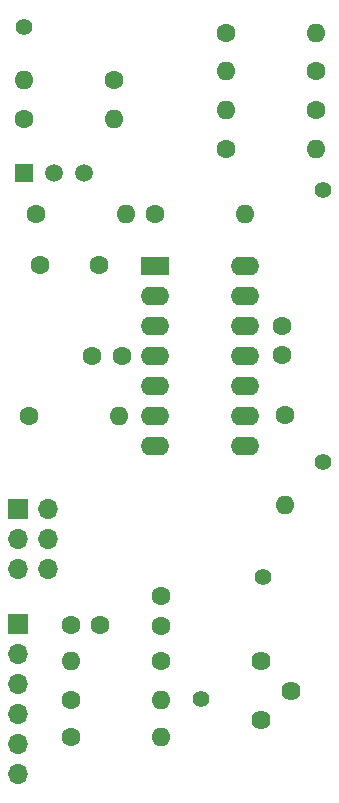
<source format=gbs>
G04 #@! TF.GenerationSoftware,KiCad,Pcbnew,7.0.2-0*
G04 #@! TF.CreationDate,2023-05-29T19:58:27+02:00*
G04 #@! TF.ProjectId,shmoergh-funk-live-voice,73686d6f-6572-4676-982d-66756e6b2d6c,rev?*
G04 #@! TF.SameCoordinates,Original*
G04 #@! TF.FileFunction,Soldermask,Bot*
G04 #@! TF.FilePolarity,Negative*
%FSLAX46Y46*%
G04 Gerber Fmt 4.6, Leading zero omitted, Abs format (unit mm)*
G04 Created by KiCad (PCBNEW 7.0.2-0) date 2023-05-29 19:58:27*
%MOMM*%
%LPD*%
G01*
G04 APERTURE LIST*
%ADD10C,1.600000*%
%ADD11O,1.600000X1.600000*%
%ADD12C,1.400000*%
%ADD13C,1.620000*%
%ADD14R,1.500000X1.500000*%
%ADD15C,1.500000*%
%ADD16R,1.700000X1.700000*%
%ADD17O,1.700000X1.700000*%
%ADD18R,2.400000X1.600000*%
%ADD19O,2.400000X1.600000*%
G04 APERTURE END LIST*
D10*
X128397000Y-67945000D03*
D11*
X136017000Y-67945000D03*
D10*
X138938000Y-105731036D03*
D11*
X131318000Y-105731036D03*
D10*
X133731000Y-72263000D03*
X128731000Y-72263000D03*
D12*
X147574000Y-98679000D03*
D10*
X144442000Y-52578000D03*
D11*
X152062000Y-52578000D03*
D10*
X138430000Y-67945000D03*
D11*
X146050000Y-67945000D03*
D10*
X133838000Y-102683036D03*
X131338000Y-102683036D03*
D12*
X152654000Y-65913000D03*
D10*
X152062000Y-55782328D03*
D11*
X144442000Y-55782328D03*
D10*
X127762000Y-85030036D03*
D11*
X135382000Y-85030036D03*
D10*
X135669000Y-79950036D03*
X133169000Y-79950036D03*
D12*
X142367000Y-108966000D03*
D10*
X149225000Y-77363000D03*
X149225000Y-79863000D03*
X144442000Y-62386328D03*
D11*
X152062000Y-62386328D03*
D13*
X147447000Y-105791000D03*
X149947000Y-108291000D03*
X147447000Y-110791000D03*
D10*
X138938000Y-102790036D03*
X138938000Y-100290036D03*
D12*
X152654000Y-88900000D03*
D10*
X127385817Y-59913364D03*
D11*
X135005817Y-59913364D03*
D12*
X127381000Y-52070000D03*
D10*
X131318000Y-109033036D03*
D11*
X138938000Y-109033036D03*
D14*
X127375817Y-64427364D03*
D15*
X129915817Y-64427364D03*
X132455817Y-64427364D03*
D10*
X135005817Y-56536541D03*
D11*
X127385817Y-56536541D03*
D10*
X152062000Y-59084328D03*
D11*
X144442000Y-59084328D03*
D10*
X149479000Y-84963000D03*
D11*
X149479000Y-92583000D03*
D10*
X131318000Y-112208036D03*
D11*
X138938000Y-112208036D03*
D16*
X126873000Y-102616000D03*
D17*
X126873000Y-105156000D03*
X126873000Y-107696000D03*
X126873000Y-110236000D03*
X126873000Y-112776000D03*
X126873000Y-115316000D03*
D18*
X138483000Y-72330036D03*
D19*
X138483000Y-74870036D03*
X138483000Y-77410036D03*
X138483000Y-79950036D03*
X138483000Y-82490036D03*
X138483000Y-85030036D03*
X138483000Y-87570036D03*
X146103000Y-87570036D03*
X146103000Y-85030036D03*
X146103000Y-82490036D03*
X146103000Y-79950036D03*
X146103000Y-77410036D03*
X146103000Y-74870036D03*
X146103000Y-72330036D03*
D16*
X126873000Y-92904036D03*
D17*
X129413000Y-92904036D03*
X126873000Y-95444036D03*
X129413000Y-95444036D03*
X126873000Y-97984036D03*
X129413000Y-97984036D03*
M02*

</source>
